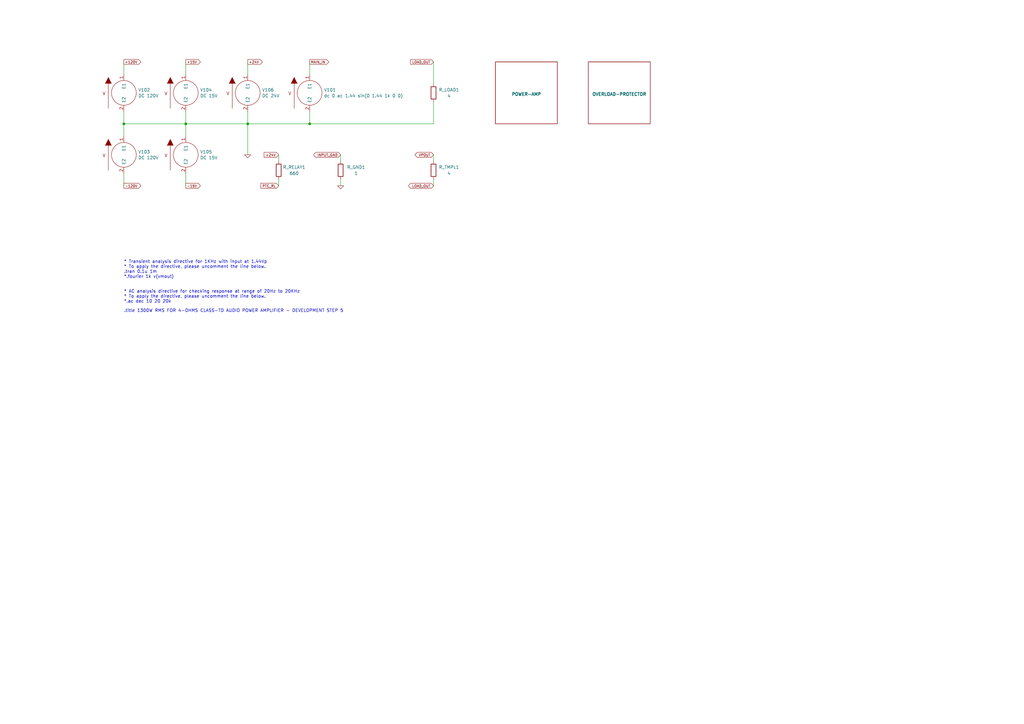
<source format=kicad_sch>
(kicad_sch (version 20211123) (generator eeschema)
  (paper "A3")
  (title_block (title "1300 WATTS RMS CLASS-TD\\nAUDIO POWER AMPLIFIER\\nFOR 4-OHMS LOUDSPEAKER") (date "2022-10-11") (company "BSD POWER AMP"))
  (lib_symbols
    (symbol "Device:R" (pin_numbers hide) (pin_names (offset 0))
      (property "Reference" "R" (at 2.032 0 90))
      (property "Value" "R" (at 0 0 90))
      (symbol "R_0_1"
        (rectangle (start -1.016 -2.54) (end 1.016 2.54) (stroke (width 0.254)))
      )
      (symbol "R_1_1"
        (pin passive line (at 0 3.81 270) (length 1.27) (name "~") (number "1"))
        (pin passive line (at 0 -3.81 90) (length 1.27) (name "~") (number "2"))
      )
    )
    (symbol "pspice:0" (power) (pin_names (offset 0))
      (property "Value" "0" (at 0 -1.778 0))
      (symbol "0_0_1"
        (polyline (pts (xy -1.27 0) (xy 0 -1.27) (xy 1.27 0) (xy -1.27 0)))
      )
      (symbol "0_1_1"
        (pin power_in line (at 0 0 0) (length 0) hide (name "0") (number "1"))
      )
    )
    (symbol "pspice:VSOURCE" (pin_names (offset 1.016))
      (property "Reference" "V" (at -6.35 7.62 0))
      (property "Value" "VSOURCE" (at 0 0 0))
      (symbol "VSOURCE_0_1"
        (polyline (pts (xy -6.35 -6.35) (xy -6.35 3.81)) (fill (type outline)))
        (polyline (pts (xy -7.62 3.81) (xy -6.35 6.35) (xy -5.08 3.81)) (fill (type outline)))
        (circle (center 0 0) (radius 5.08))
        (text "V" (at -8.128 -0.254 0) (effects (font (size 1.27 1.27))))
      )
      (symbol "VSOURCE_1_1"
        (pin input line (at 0 7.62 270) (length 2.54) (name "E1") (number "1"))
        (pin input line (at 0 -7.62 90) (length 2.54) (name "E2") (number "2"))
      )
    )
  )
  (junction (at 50.8 50.8))
  (junction (at 101.6 50.8))
  (junction (at 127 50.8))
  (junction (at 76.2 50.8))
  (wire (pts (xy 139.7 63.5) (xy 139.7 66.04)))
  (wire (pts (xy 177.8 73.66) (xy 177.8 76.2)))
  (wire (pts (xy 101.6 50.8) (xy 101.6 63.5)))
  (wire (pts (xy 127 45.72) (xy 127 50.8)))
  (wire (pts (xy 50.8 45.72) (xy 50.8 50.8)))
  (wire (pts (xy 76.2 50.8) (xy 101.6 50.8)))
  (wire (pts (xy 177.8 41.91) (xy 177.8 50.8)))
  (wire (pts (xy 114.3 63.5) (xy 114.3 66.04)))
  (wire (pts (xy 177.8 25.4) (xy 177.8 34.29)))
  (wire (pts (xy 50.8 76.2) (xy 50.8 71.12)))
  (wire (pts (xy 114.3 73.66) (xy 114.3 76.2)))
  (wire (pts (xy 101.6 25.4) (xy 101.6 30.48)))
  (wire (pts (xy 50.8 25.4) (xy 50.8 30.48)))
  (wire (pts (xy 76.2 50.8) (xy 50.8 50.8)))
  (wire (pts (xy 139.7 73.66) (xy 139.7 76.2)))
  (wire (pts (xy 177.8 63.5) (xy 177.8 66.04)))
  (wire (pts (xy 76.2 25.4) (xy 76.2 30.48)))
  (wire (pts (xy 101.6 45.72) (xy 101.6 50.8)))
  (wire (pts (xy 127 25.4) (xy 127 30.48)))
  (wire (pts (xy 50.8 50.8) (xy 50.8 55.88)))
  (wire (pts (xy 127 50.8) (xy 177.8 50.8)))
  (wire (pts (xy 101.6 50.8) (xy 127 50.8)))
  (wire (pts (xy 76.2 76.2) (xy 76.2 71.12)))
  (wire (pts (xy 76.2 45.72) (xy 76.2 50.8)))
  (wire (pts (xy 76.2 55.88) (xy 76.2 50.8)))
  (text "* Transient analysis directive for 1KHz with input at 1.44Vp\n* To apply the directive, please uncomment the line below.\n.tran 0.1u 1m\n*.fourier 1k v(vmout)" (at 50.8 114.3 0) (effects (font (size 1.27 1.27)) (justify left bottom)))
  (text ".title 1300W RMS FOR 4-OHMS CLASS-TD AUDIO POWER AMPLIFIER - DEVELOPMENT STEP 5" (at 50.8 128.27 0) (effects (font (size 1.27 1.27)) (justify left bottom)))
  (text "* AC analysis directive for checking response at range of 20Hz to 20KHz\n* To apply the directive, please uncomment the line below.\n*.ac dec 10 20 20k" (at 50.8 124.46 0) (effects (font (size 1.27 1.27)) (justify left bottom)))
  (global_label "-120V" (shape output) (at 50.8 76.2 0) (effects (font (size 1.016 1.016))) (property "Intersheet References" "${INTERSHEET_REFS}" (effects hide)))
  (global_label "+24V" (shape input) (at 114.3 63.5 180) (effects (font (size 1.016 1.016))) (property "Intersheet References" "${INTERSHEET_REFS}" (effects hide)))
  (global_label "+24V" (shape output) (at 101.6 25.4 0) (effects (font (size 1.016 1.016))) (property "Intersheet References" "${INTERSHEET_REFS}" (effects hide)))
  (global_label "LOAD_OUT" (shape bidirectional) (at 177.8 76.2 180) (effects (font (size 1.016 1.016))) (property "Intersheet References" "${INTERSHEET_REFS}" (effects hide)))
  (global_label "+15V" (shape output) (at 76.2 25.4 0) (effects (font (size 1.016 1.016))) (property "Intersheet References" "${INTERSHEET_REFS}" (effects hide)))
  (global_label "+120V" (shape output) (at 50.8 25.4 0) (effects (font (size 1.016 1.016))) (property "Intersheet References" "${INTERSHEET_REFS}" (effects hide)))
  (global_label "LOAD_OUT" (shape input) (at 177.8 25.4 180) (effects (font (size 1.016 1.016))) (property "Intersheet References" "${INTERSHEET_REFS}" (effects hide)))
  (global_label "MAIN_IN" (shape output) (at 127 25.4 0) (effects (font (size 1.016 1.016))) (property "Intersheet References" "${INTERSHEET_REFS}" (effects hide)))
  (global_label "-15V" (shape output) (at 76.2 76.2 0) (effects (font (size 1.016 1.016))) (property "Intersheet References" "${INTERSHEET_REFS}" (effects hide)))
  (global_label "INPUT_GND" (shape bidirectional) (at 139.7 63.5 180) (effects (font (size 1.016 1.016))) (property "Intersheet References" "${INTERSHEET_REFS}" (effects hide)))
  (global_label "VPOUT" (shape bidirectional) (at 177.8 63.5 180) (effects (font (size 1.016 1.016))) (property "Intersheet References" "${INTERSHEET_REFS}" (effects hide)))
  (global_label "PTC_RL" (shape input) (at 114.3 76.2 180) (effects (font (size 1.016 1.016))) (property "Intersheet References" "${INTERSHEET_REFS}" (effects hide)))
  (symbol (lib_id "pspice:0") (at 101.6 63.5 0) (unit 1)
    (property "Reference" "#GND0105" (effects hide))
    (property "Value" "0" (effects hide))
  )
  (symbol (lib_id "Device:R") (at 177.8 69.85 0) (unit 1)
    (property "Reference" "R_TMPL1" (at 184.15 68.58 0))
    (property "Value" "4" (at 184.15 71.12 0))
  )
  (symbol (lib_id "pspice:VSOURCE") (at 76.2 38.1 0) (unit 1)
    (property "Reference" "V104" (at 82.042 36.9062 0) (effects (justify left)))
    (property "Value" "DC 15V" (at 82.042 39.2684 0) (effects (justify left)))
  )
  (symbol (lib_id "pspice:VSOURCE") (at 76.2 63.5 0) (unit 1)
    (property "Reference" "V105" (at 82.042 62.3062 0) (effects (justify left)))
    (property "Value" "DC 15V" (at 82.042 64.6684 0) (effects (justify left)))
  )
  (symbol (lib_id "Device:R") (at 177.8 38.1 0) (unit 1)
    (property "Reference" "R_LOAD1" (at 184.15 36.83 0))
    (property "Value" "4" (at 184.15 39.37 0))
  )
  (symbol (lib_id "pspice:VSOURCE") (at 101.6 38.1 0) (unit 1)
    (property "Reference" "V106" (at 107.442 36.9062 0) (effects (justify left)))
    (property "Value" "DC 24V" (at 107.442 39.2684 0) (effects (justify left)))
  )
  (symbol (lib_id "pspice:VSOURCE") (at 50.8 63.5 0) (unit 1)
    (property "Reference" "V103" (at 56.642 62.3062 0) (effects (justify left)))
    (property "Value" "DC 120V" (at 56.642 64.6684 0) (effects (justify left)))
  )
  (symbol (lib_id "pspice:VSOURCE") (at 127 38.1 0) (unit 1)
    (property "Reference" "V101" (at 132.842 36.9062 0) (effects (justify left)))
    (property "Value" "dc 0 ac 1.44 sin(0 1.44 1k 0 0)" (at 132.842 39.2684 0) (effects (justify left)))
  )
  (symbol (lib_id "Device:R") (at 139.7 69.85 0) (unit 1)
    (property "Reference" "R_GND1" (at 146.05 68.58 0))
    (property "Value" "1" (at 146.05 71.12 0))
  )
  (symbol (lib_id "pspice:0") (at 139.7 76.2 0) (unit 1)
    (property "Reference" "#GND0116" (effects hide))
    (property "Value" "0" (effects hide))
  )
  (symbol (lib_id "pspice:VSOURCE") (at 50.8 38.1 0) (unit 1)
    (property "Reference" "V102" (at 56.642 36.9062 0) (effects (justify left)))
    (property "Value" "DC 120V" (at 56.642 39.2684 0) (effects (justify left)))
  )
  (symbol (lib_id "Device:R") (at 114.3 69.85 0) (unit 1)
    (property "Reference" "R_RELAY1" (at 120.65 68.58 0))
    (property "Value" "660" (at 120.65 71.12 0))
  )
  (sheet (at 203.2 25.4) (size 25.4 25.4) (stroke (width 0.1524))
    (property "Sheet name" "POWER-AMP" (at 215.9 39.37 0) (effects (font bold) (justify bottom)))
    (property "Sheet file" "POWER-AMP-BLOCK.kicad_sch" (effects hide))
  )
  (sheet (at 241.3 25.4) (size 25.4 25.4) (stroke (width 0.1524))
    (property "Sheet name" "OVERLOAD-PROTECTOR" (at 254 39.37 0) (effects (font bold) (justify bottom)))
    (property "Sheet file" "OVERLOAD_PROTECTOR.kicad_sch" (effects hide))
  )
)
</source>
